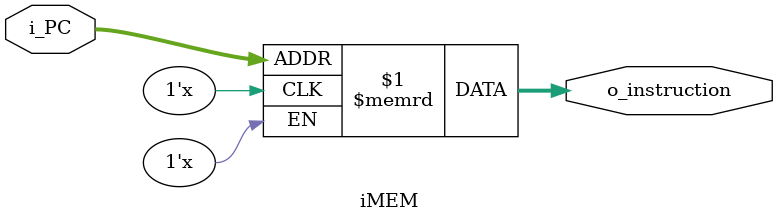
<source format=v>
module iMEM#(
    parameter MEM_DEPTH = 32
    )(
    input  [31:0] i_PC,
    output [31:0] o_instruction
    );
    reg [31:0] instruction_mem [0:MEM_DEPTH-1];
	
	assign o_instruction = instruction_mem[i_PC]; 

endmodule

</source>
